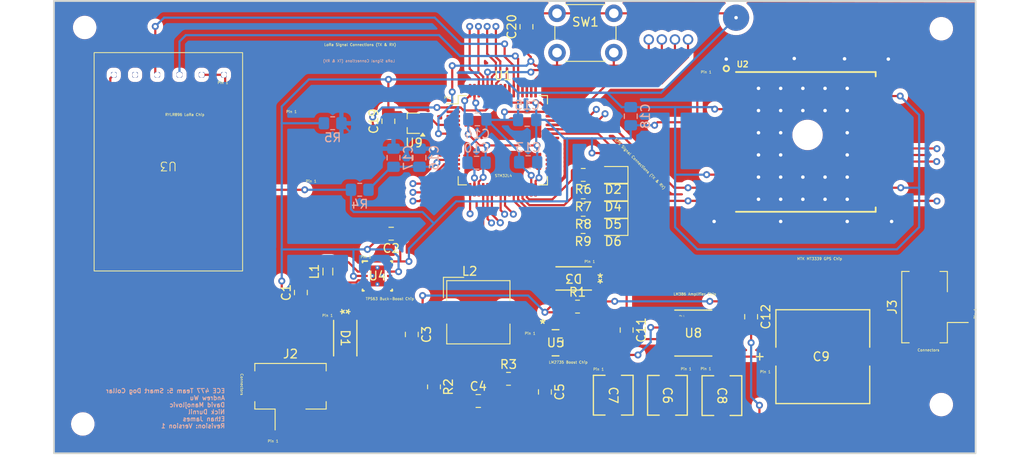
<source format=kicad_pcb>
(kicad_pcb (version 20240108) (generator "pcbnew") (generator_version "8.0")
  (layers (0 "F.Cu" signal) (31 "B.Cu" signal) (34 "B.Paste" user) (35 "F.Paste" user) (36 "B.SilkS" user "B.Silkscreen") (37 "F.SilkS" user "F.Silkscreen") (38 "B.Mask" user) (39 "F.Mask" user) (44 "Edge.Cuts" user))
  (net 0 "")
  (net 1 "Net-(D1-K)")
  (net 2 "VDDA GND Connection")
  (net 3 "Buck-Boost Voltage")
  (net 4 "Net-(D3-K)")
  (net 5 "Net-(U5-FB)")
  (net 6 "Net-(U8-BYPASS)")
  (net 7 "Net-(U8--)")
  (net 8 "Net-(C8-Pad1)")
  (net 9 "Net-(J3-Pin_2)")
  (net 10 "unconnected-(U1-PA1-Pad15)")
  (net 11 "Net-(U8-+)")
  (net 12 "VDDA Connection")
  (net 13 "Net-(D1-A)")
  (net 14 "Net-(U4-L1)")
  (net 15 "Net-(U4-L2)")
  (net 16 "Net-(U5-EN)")
  (net 17 "Net-(J8-Pin_1)")
  (net 18 "Net-(D2-A)")
  (net 19 "unconnected-(U1-PB8-Pad61)")
  (net 20 "unconnected-(U1-PA3-Pad17)")
  (net 22 "unconnected-(U1-PA12-Pad45)")
  (net 26 "unconnected-(U1-PA6-Pad22)")
  (net 29 "Net-(U1-PA9)")
  (net 31 "Net-(U1-PH0)")
  (net 32 "unconnected-(U1-PC5-Pad25)")
  (net 33 "Net-(J6-Pin_1)")
  (net 34 "unconnected-(U1-PB9-Pad62)")
  (net 35 "unconnected-(U1-PA5-Pad21)")
  (net 37 "Net-(D4-A)")
  (net 38 "unconnected-(U1-PA11-Pad44)")
  (net 39 "Net-(U1-PC12)")
  (net 40 "unconnected-(U1-PA0-Pad14)")
  (net 41 "unconnected-(U1-PC4-Pad24)")
  (net 42 "unconnected-(U1-PB6-Pad58)")
  (net 43 "Net-(J7-Pin_1)")
  (net 44 "Net-(D5-A)")
  (net 52 "unconnected-(U1-PA2-Pad16)")
  (net 54 "unconnected-(U1-PB7-Pad59)")
  (net 58 "Net-(D6-A)")
  (net 60 "Net-(J5-Pin_1)")
  (net 63 "Net-(U1-PA10)")
  (net 65 "Net-(U1-PD2)")
  (net 68 "unconnected-(U2-NC@3-PadP$15)")
  (net 70 "unconnected-(U2-EX_ANT-PadP$11)")
  (net 77 "unconnected-(U2-RTCM-PadP$14)")
  (net 83 "Net-(U1-PA4)")
  (net 84 "Net-(U1-PB11)")
  (net 85 "Net-(U1-PB10)")
  (net 86 "Net-(U1-PB2)")
  (net 87 "Net-(U1-PB1)")
  (footprint "Capacitor_SMD:C_0805_2012Metric_Pad1.18x1.45mm_HandSolder" (layer "F.Cu") (at 143 71.0375 90)
    (property "Reference" "C20")
    (property "Value" ".1 uF")
  )
  (footprint "Capacitor_SMD:C_0805_2012Metric_Pad1.18x1.45mm_HandSolder" (layer "F.Cu") (at 154.470183 105.765501 -90)
    (property "Reference" "C11")
    (property "Value" ".1 uF")
  )
  (footprint "Button_Switch_THT:SW_PUSH_6mm_H5mm" (layer "F.Cu") (at 146.5 69.5)
    (property "Reference" "SW1")
    (property "Value" "SW_Push")
  )
  (footprint "LED_SMD:LED_0805_2012Metric" (layer "F.Cu") (at 152.9375 88 180)
    (property "Reference" "D2")
    (property "Value" "LED")
  )
  (footprint "Resistor_SMD:R_0805_2012Metric" (layer "F.Cu") (at 149.5 90 180)
    (property "Reference" "R7")
    (property "Value" "1K Ohms")
  )
  (footprint "Connector_JST:JST_PH_B2B-PH-SM4-TB_1x02-1MP_P2.00mm_Vertical" (layer "F.Cu") (at 115.98263 113.951185)
    (property "Reference" "J2")
    (property "Value" "Conn_01x02_Pin")
  )
  (footprint "LED_SMD:LED_0805_2012Metric" (layer "F.Cu") (at 152.9375 92 180)
    (property "Reference" "D5")
    (property "Value" "LED")
  )
  (footprint "Capacitor_SMD:C_0805_2012Metric_Pad1.18x1.45mm_HandSolder" (layer "F.Cu") (at 127.509906 94.733894 180)
    (property "Reference" "C2")
    (property "Value" "47 uF, 2.94 mOhms")
  )
  (footprint "MountingHole:MountingHole_2.2mm_M2" (layer "F.Cu") (at 190.5 114.3)
    (property "Reference" "REF**" (hide yes))
    (property "Value" "MountingHole_2.2mm_M2")
  )
  (footprint "Boost:MF05A" (layer "F.Cu") (at 146.330976 107.222349)
    (property "Reference" "U5")
    (property "Value" "LM2735XMF/NOPB")
  )
  (footprint "STM32 Chip:LQFP-64_10x10mm_P0.5mm" (layer "F.Cu") (at 140.295 84.03)
    (property "Reference" "U1")
    (property "Value" "STM32L476RGTx")
  )
  (footprint "Capacitor_SMD:C_0805_2012Metric_Pad1.18x1.45mm_HandSolder" (layer "F.Cu") (at 145.111776 112.852349 -90)
    (property "Reference" "C5")
    (property "Value" "22 uF, 1 mOhms")
  )
  (footprint "MountingHole:MountingHole_2.2mm_M2" (layer "F.Cu") (at 190.5 71.265215)
    (property "Reference" "REF**" (hide yes))
    (property "Value" "MountingHole_2.2mm_M2")
  )
  (footprint "LoRa Chip:LoRa Chip" (layer "F.Cu") (at 102 86.5 180)
    (property "Reference" "U3")
    (property "Value" "~")
  )
  (footprint "Resistor_SMD:R_0805_2012Metric" (layer "F.Cu") (at 140.944276 111.349849)
    (property "Reference" "R3")
    (property "Value" "30k Ohms")
  )
  (footprint "Polarized Caps (.1 - 100 uF):CAP_UZE_4X3P9_NCH" (layer "F.Cu") (at 165.378805 113.273752 -90)
    (property "Reference" "C8")
    (property "Value" ".1 uF")
  )
  (footprint "Connector_JST:JST_PH_B2B-PH-SM4-TB_1x02-1MP_P2.00mm_Vertical" (layer "F.Cu") (at 190.331776 103.14 90)
    (property "Reference" "J3")
    (property "Value" "Conn_01x02_Pin")
  )
  (footprint "Capacitor_SMD:C_0805_2012Metric_Pad1.18x1.45mm_HandSolder" (layer "F.Cu") (at 127.188698 81.857817 90)
    (property "Reference" "C19")
    (property "Value" ".1 uF")
  )
  (footprint "Polarized Caps (.1 - 100 uF):CAP_UZE_4X3P9_NCH" (layer "F.Cu") (at 159.140328 113.2389 -90)
    (property "Reference" "C6")
    (property "Value" "100 uF")
  )
  (footprint "Capacitor_SMD:C_0805_2012Metric_Pad1.18x1.45mm_HandSolder" (layer "F.Cu") (at 129.871776 106.269849 -90)
    (property "Reference" "C3")
    (property "Value" "10 uF, 3 mOhms")
  )
  (footprint "Capacitor_SMD:C_0805_2012Metric_Pad1.18x1.45mm_HandSolder" (layer "F.Cu") (at 117.171776 101.469231 90)
    (property "Reference" "C1")
    (property "Value" "10 uF, 1mOhms")
  )
  (footprint "Package_TO_SOT_SMD:SOT-323_SC-70" (layer "F.Cu") (at 130.075 82.085 180)
    (property "Reference" "U9")
    (property "Value" "MAX7375AXR805")
  )
  (footprint "Schottky:Schottky" (layer "F.Cu") (at 122.251776 106.688949 -90)
    (property "Reference" "D1")
    (property "Value" "320 mV, 2A")
  )
  (footprint "Inductor_SMD:L_TDK_SLF7045" (layer "F.Cu") (at 137.491776 103.729849)
    (property "Reference" "L2")
    (property "Value" "3.3 uH, 20 Ohm")
  )
  (footprint "Resistor_SMD:R_0805_2012Metric" (layer "F.Cu") (at 149.486379 93.971117 180)
    (property "Reference" "R9")
    (property "Value" "1K Ohms")
  )
  (footprint "MountingHole:MountingHole_2.2mm_M2" (layer "F.Cu") (at 92.202998 116.518288)
    (property "Reference" "REF**" (hide yes))
    (property "Value" "MountingHole_2.2mm_M2")
  )
  (footprint "Capacitor_SMD:C_0805_2012Metric_Pad1.18x1.45mm_HandSolder" (layer "F.Cu") (at 168.723023 104.240388 -90)
    (property "Reference" "C12")
    (property "Value" "100 uF")
  )
  (footprint "Inductor_SMD:L_0805_2012Metric" (layer "F.Cu") (at 120.262982 99.068949 90)
    (property "Reference" "L1")
    (property "Value" "3.3 uH, 20 mOhms")
  )
  (footprint "Resistor_SMD:R_0805_2012Metric" (layer "F.Cu") (at 148.847265 103.082678)
    (property "Reference" "R1")
    (property "Value" "10k Ohms")
  )
  (footprint "Schottky:Schottky" (layer "F.Cu") (at 148.407269 99.855372 180)
    (property "Reference" "D3")
    (property "Value" "320 mV, 2A")
  )
  (footprint "LED_SMD:LED_0805_2012Metric" (layer "F.Cu") (at 152.9375 90 180)
    (property "Reference" "D4")
    (property "Value" "LED")
  )
  (footprint "Resistor_SMD:R_0805_2012Metric" (layer "F.Cu") (at 149.5 92 180)
    (property "Reference" "R8")
    (property "Value" "1K Ohms")
  )
  (footprint "GPS Module:FGPMMOPA6H" (layer "F.Cu") (at 174.98551 84.223029)
    (property "Reference" "U2")
    (property "Value" "FGPMMOPA6H")
  )
  (footprint "Resistor_SMD:R_0805_2012Metric" (layer "F.Cu") (at 132.411776 112.269976 -90)
    (property "Reference" "R2")
    (property "Value" "10k Ohms")
  )
  (footprint "Buck-Boost:DRC0010J" (layer "F.Cu") (at 125.931776 99.568951)
    (property "Reference" "U4")
    (property "Value" "TPS63001DRCR")
  )
  (footprint "Polarized Cap 1000 uF:PCAP_10x10-ELECT_NCA" (layer "F.Cu") (at 176.931946 108.809849)
    (property "Reference" "C9")
    (property "Value" "1000 uF")
  )
  (footprint "LM386:LM386" (layer "F.Cu") (at 162.105238 106.109555)
    (property "Reference" "U8")
    (property "Value" "LM386")
  )
  (footprint "Capacitor_SMD:C_0805_2012Metric_Pad1.18x1.45mm_HandSolder" (layer "F.Cu") (at 137.484711 113.889849)
    (property "Reference" "C4")
    (property "Value" "1.8 nF")
  )
  (footprint "Resistor_SMD:R_0805_2012Metric" (layer "F.Cu") (at 149.5 88 180)
    (property "Reference" "R6")
    (property "Value" "1K Ohms")
  )
  (footprint "LED_SMD:LED_0805_2012Metric" (layer "F.Cu") (at 152.932547 93.970769 180)
    (property "Reference" "D6")
    (property "Value" "LED")
  )
  (footprint "MountingHole:MountingHole_2.2mm_M2" (layer "F.Cu") (at 92.417904 71.12)
    (property "Reference" "REF**" (hide yes))
    (property "Value" "MountingHole_2.2mm_M2")
  )
  (footprint "Polarized Caps (.1 - 100 uF):CAP_UZE_4X3P9_NCH" (layer "F.Cu") (at 152.936703 113.224794 -90)
    (property "Reference" "C7")
    (property "Value" ".1 uF")
  )
  (footprint "Capacitor_SMD:C_0805_2012Metric_Pad1.18x1.45mm_HandSolder" (layer "B.Cu") (at 154.94 81.28 90)
    (property "Reference" "C18")
    (property "Value" ".1 uF")
  )
  (footprint "Capacitor_SMD:C_0805_2012Metric_Pad1.18x1.45mm_HandSolder" (layer "B.Cu") (at 137.377278 81.635224)
    (property "Reference" "C14")
    (property "Value" ".1 uF")
  )
  (footprint "Resistor_SMD:R_0805_2012Metric_Pad1.20x1.40mm_HandSolder" (layer "B.Cu") (at 120.80963 82.085616)
    (property "Reference" "R5")
    (property "Value" "0 Ohms")
  )
  (footprint "Capacitor_SMD:C_0805_2012Metric_Pad1.18x1.45mm_HandSolder" (layer "B.Cu") (at 130.748619 86.031119 90)
    (property "Reference" "C16")
    (property "Value" ".01 uF")
  )
  (footprint "Resistor_SMD:R_0805_2012Metric_Pad1.20x1.40mm_HandSolder" (layer "B.Cu") (at 123.909363 89.704123)
    (property "Reference" "R4")
    (property "Value" "0 Ohms")
  )
  (footprint "Capacitor_SMD:C_0805_2012Metric_Pad1.18x1.45mm_HandSolder" (layer "B.Cu") (at 143.1939 86.545722 180)
    (property "Reference" "C13")
    (property "Value" ".1 uF")
  )
  (footprint "Capacitor_SMD:C_0805_2012Metric_Pad1.18x1.45mm_HandSolder" (layer "B.Cu") (at 137.28716 86.607681 180)
    (property "Reference" "C10")
    (property "Value" ".1 uF")
  )
  (footprint "Capacitor_SMD:C_0805_2012Metric_Pad1.18x1.45mm_HandSolder" (layer "B.Cu") (at 143.079687 81.697757 180)
    (property "Reference" "C15")
    (property "Value" "4.7 uF")
  )
  (footprint "Capacitor_SMD:C_0805_2012Metric_Pad1.18x1.45mm_HandSolder" (layer "B.Cu") (at 127.77835 86.033941 90)
    (property "Reference" "C17")
    (property "Value" "1 uF")
  )
  (gr_rect (start 88.9 68.091454) (end 194.422593 119.868546) (stroke (width 0.2)) (fill none) (layer "Edge.Cuts"))
  (gr_text "ECE 477 Team 5: Smart Dog Collar\nAndrew Wu\nDavid Manojlovic\nNick Durnil\nEthan James\nRevision: Version 1" (at 108.528217 117.044407 0) (layer "B.SilkS") (effects (font (size 0.5 0.5) (thickness 0.1) (bold yes)) (justify left bottom mirror)))
  (gr_text "LoRa Signal Connections (TX & RX)" (at 127.97333 75.129303 -0) (layer "B.SilkS") (effects (font (size 0.3 0.3) (thickness 0.05) (bold yes)) (justify left bottom mirror)))
  (gr_text "RYLR896 LoRa Chip" (at 101.6 81.28 0) (layer "F.SilkS") (effects (font (size 0.3 0.3) (thickness 0.05) (bold yes)) (justify left bottom)))
  (gr_text "Pin 1" (at 142.77076 106.330306 0) (layer "F.SilkS") (effects (font (size 0.3 0.3) (thickness 0.05) (bold yes)) (justify left bottom)))
  (gr_text "Pin 1" (at 160.631459 110.398744 0) (layer "F.SilkS") (effects (font (size 0.3 0.3) (thickness 0.05) (bold yes)) (justify left bottom)))
  (gr_text "Pin 1" (at 117.698338 88.9 0) (layer "F.SilkS") (effects (font (size 0.3 0.3) (thickness 0.05) (bold yes)) (justify left bottom)))
  (gr_text "Pin 1" (at 149.597393 98.10561 0) (layer "F.SilkS") (effects (font (size 0.3 0.3) (thickness 0.05) (bold yes)) (justify left bottom)))
  (gr_text "GPS Signal Connections (TX & RX)" (at 153 84 315) (layer "F.SilkS") (effects (font (size 0.3 0.3) (thickness 0.05) (bold yes)) (justify left bottom)))
  (gr_text "Pin 1" (at 119.570639 104.280471 0) (layer "F.SilkS") (effects (font (size 0.3 0.3) (thickness 0.05) (bold yes)) (justify left bottom)))
  (gr_text "LoRa Signal Connections (TX & RX)" (at 119.810316 73.270528 0) (layer "F.SilkS") (effects (font (size 0.3 0.3) (thickness 0.05) (bold yes)) (justify left bottom)))
  (gr_text "Pin 1" (at 160.46817 104.240336 0) (layer "F.SilkS") (effects (font (size 0.15 0.15) (thickness 0.025)) (justify left bottom)))
  (gr_text "Pin 1" (at 194.568713 104.53915 90) (layer "F.SilkS") (effects (font (size 0.3 0.3) (thickness 0.05) (bold yes)) (justify left bottom)))
  (gr_text "TPS63 Buck-Boost Chip" (at 124.551787 102.362557 0) (layer "F.SilkS") (effects (font (size 0.3 0.3) (thickness 0.05) (bold yes)) (justify left bottom)))
  (gr_text "Pin 1" (at 113.340423 118.661007 0) (layer "F.SilkS") (effects (font (size 0.3 0.3) (thickness 0.05) (bold yes)) (justify left bottom)))
  (gr_text "MTK MT3339 GPS Chip" (at 173.953657 97.78204 0) (layer "F.SilkS") (effects (font (size 0.3 0.3) (thickness 0.05) (bold yes)) (justify left bottom)))
  (gr_text "Pin 1" (at 133.524846 79.355022 0) (layer "F.SilkS") (effects (font (size 0.3 0.3) (thickness 0.05) (bold yes)) (justify left bottom)))
  (gr_text "Pin 1" (at 150.606216 110.433186 0) (layer "F.SilkS") (effects (font (size 0.3 0.3) (thickness 0.05) (bold yes)) (justify left bottom)))
  (gr_text "Connectors" (at 187.746389 108.234505 0) (layer "F.SilkS") (effects (font (size 0.3 0.3) (thickness 0.05) (bold yes)) (justify left bottom)))
  (gr_text "Connectors" (at 110.235907 110.709998 270) (layer "F.SilkS") (effects (font (size 0.3 0.3) (thickness 0.05) (bold yes)) (justify left bottom)))
  (gr_text "Pin 1" (at 169.697864 110.730204 0) (layer "F.SilkS") (effects (font (size 0.3 0.3) (thickness 0.05) (bold yes)) (justify left bottom)))
  (gr_text "Pin 1" (at 162.924929 76.407001 0) (layer "F.SilkS") (effects (font (size 0.3 0.3) (thickness 0.05) (bold yes)) (justify left bottom)))
  (gr_text "Pin 1" (at 162.893186 110.379246 0) (layer "F.SilkS") (effects (font (size 0.3 0.3) (thickness 0.05) (bold yes)) (justify left bottom)))
  (gr_text "LM2735 Boost Chip" (at 145.534008 109.631379 0) (layer "F.SilkS") (effects (font (size 0.3 0.3) (thickness 0.05) (bold yes)) (justify left bottom)))
  (gr_text "Pin 1" (at 107.591083 77.619748 0) (layer "F.SilkS") (effects (font (size 0.3 0.3) (thickness 0.05) (bold yes)) (justify left bottom)))
  (gr_text "LM386 Amplifier Chip" (at 159.80576 101.825757 0) (layer "F.SilkS") (effects (font (size 0.3 0.3) (thickness 0.05) (bold yes)) (justify left bottom)))
  (gr_text "Pin 1" (at 115.440765 80.941824 0) (layer "F.SilkS") (effects (font (size 0.3 0.3) (thickness 0.05) (bold yes)) (justify left bottom)))
  (gr_text "STM32L4" (at 139.348821 88.267879 0) (layer "F.SilkS") (effects (font (size 0.3 0.3) (thickness 0.05) (bold yes)) (justify left bottom)))
  (gr_text "Pin 1" (at 123.969835 97.566469 0) (layer "F.SilkS") (effects (font (size 0.3 0.3) (thickness 0.05) (bold yes)) (justify left bottom)))
  (segment (start 122.251776 102.506731) (end 117.171776 102.506731) (width 0.25) (layer "F.Cu") (net 1))
  (segment (start 122.251776 103.729849) (end 122.251776 102.506731) (width 0.25) (layer "F.Cu") (net 1))
  (segment (start 134.341776 103.729849) (end 131.1074 103.729849) (width 0.25) (layer "F.Cu") (net 1))
  (segment (start 124.531776 101.608949) (end 124.531776 100.568949) (width 0.25) (layer "F.Cu") (net 1))
  (segment (start 146.285713 103.082678) (end 147.934765 103.082678) (width 0.25) (layer "F.Cu") (net 1))
  (segment (start 129.871776 105.232349) (end 129.207476 104.568049) (width 0.25) (layer "F.Cu") (net 1))
  (segment (start 124.531776 101.608949) (end 123.633994 102.506731) (width 0.25) (layer "F.Cu") (net 1))
  (segment (start 131.1074 103.729849) (end 122.251776 103.729849) (width 0.25) (layer "F.Cu") (net 1))
  (segment (start 143.703245 104.861318) (end 143.703245 105.603245) (width 0.25) (layer "F.Cu") (net 1))
  (segment (start 142.571776 103.729849) (end 143.703245 104.861318) (width 0.25) (layer "F.Cu") (net 1))
  (segment (start 127.331776 100.568949) (end 127.331776 99.568951) (width 0.25) (layer "F.Cu") (net 1))
  (segment (start 145.111776 103.729849) (end 146.143031 103.729849) (width 0.25) (layer "F.Cu") (net 1))
  (segment (start 127.331776 101.608949) (end 127.331776 100.568949) (width 0.25) (layer "F.Cu") (net 1))
  (segment (start 131.1074 103.729849) (end 131.1074 101.816764) (width 0.25) (layer "F.Cu") (net 1))
  (segment (start 129.207476 104.568049) (end 122.251776 104.568049) (width 0.25) (layer "F.Cu") (net 1))
  (segment (start 122.251776 104.568049) (end 122.251776 103.729849) (width 0.25) (layer "F.Cu") (net 1))
  (segment (start 124.531776 101.608949) (end 127.331776 101.608949) (width 0.25) (layer "F.Cu") (net 1))
  (segment (start 146.285713 103.082678) (end 146.285713 100.581786) (width 0.25) (layer "F.Cu") (net 1))
  (segment (start 146.285713 100.581786) (end 146.286369 100.58113) (width 0.25) (layer "F.Cu") (net 1))
  (segment (start 131.1074 101.816764) (end 131.1074 102.425473) (width 0.25) (layer "F.Cu") (net 1))
  (segment (start 127.331776 100.06895) (end 127.331776 100.568949) (width 0.25) (layer "F.Cu") (net 1))
  (segment (start 140.641776 103.729849) (end 142.571776 103.729849) (width 0.25) (layer "F.Cu") (net 1))
  (segment (start 123.633994 102.506731) (end 122.251776 102.506731) (width 0.25) (layer "F.Cu") (net 1))
  (segment (start 145.758947 103.082678) (end 146.285713 103.082678) (width 0.25) (layer "F.Cu") (net 1))
  (segment (start 146.143031 103.729849) (end 147.550176 105.136994) (width 0.25) (layer "F.Cu") (net 1))
  (segment (start 147.550176 105.136994) (end 147.550176 106.269849) (width 0.25) (layer "F.Cu") (net 1))
  (segment (start 144.369849 106.269849) (end 145.111776 106.269849) (width 0.25) (layer "F.Cu") (net 1))
  (segment (start 143.703245 105.603245) (end 144.369849 106.269849) (width 0.25) (layer "F.Cu") (net 1))
  (segment (start 145.111776 103.729849) (end 145.758947 103.082678) (width 0.25) (layer "F.Cu") (net 1))
  (segment (start 146.286369 100.58113) (end 146.286369 99.855372) (width 0.25) (layer "F.Cu") (net 1))
  (via (at 145.111776 103.729849) (size 0.8) (drill 0.4) (layers "F.Cu" "B.Cu") (net 1))
  (via (at 131.1074 101.816764) (size 0.8) (drill 0.4) (layers "F.Cu" "B.Cu") (net 1))
  (segment (start 131.1074 101.816764) (end 143.198691 101.816764) (width 0.25) (layer "B.Cu") (net 1))
  (segment (start 143.198691 101.816764) (end 145.111776 103.729849) (width 0.25) (layer "B.Cu") (net 1))
  (segment (start 133.080837 85.78) (end 132.294456 84.993619) (width 0.25) (layer "F.Cu") (net 2))
  (segment (start 134.62 85.78) (end 133.080837 85.78) (width 0.25) (layer "F.Cu") (net 2))
  (via (at 165.875052 74.741453) (size 0.8) (drill 0.4) (layers "F.Cu" "B.Cu") (net 2))
  (via (at 172.106875 80.633258) (size 0.8) (drill 0.4) (layers "F.Cu" "B.Cu") (net 2))
  (via (at 177.186875 90.793258) (size 0.8) (drill 0.4) (layers "F.Cu" "B.Cu") (net 2))
  (via (at 164.486875 93.333258) (size 0.8) (drill 0.4) (layers "F.Cu" "B.Cu") (net 2))
  (via (at 169.566875 83.173258) (size 0.8) (drill 0.4) (layers "F.Cu" "B.Cu") (net 2))
  (via (at 172.106875 93.333258) (size 0.8) (drill 0.4) (layers "F.Cu" "B.Cu") (net 2))
  (via (at 169.566875 85.713258) (size 0.8) (drill 0.4) (layers "F.Cu" "B.Cu") (net 2))
  (via (at 169.566875 80.633258) (size 0.8) (drill 0.4) (layers "F.Cu" "B.Cu") (net 2))
  (via (at 173.663678 74.673726) (size 0.8) (drill 0.4) (layers "F.Cu" "B.Cu") (net 2))
  (via (at 169.566875 78.093258) (size 0.8) (drill 0.4) (layers "F.Cu" "B.Cu") (net 2))
  (via (at 184.432301 74.741453) (size 0.8) (drill 0.4) (layers "F.Cu" "B.Cu") (net 2))
  (via (at 172.106875 83.173258) (size 0.8) (drill 0.4) (layers "F.Cu" "B.Cu") (net 2))
  (via (at 169.566875 88.253258) (size 0.8) (drill 0.4) (layers "F.Cu" "B.Cu") (net 2))
  (via (at 179.726875 83.173258) (size 0.8) (drill 0.4) (layers "F.Cu" "B.Cu") (net 2))
  (via (at 132.294456 84.993619) (size 0.8) (drill 0.4) (layers "F.Cu" "B.Cu") (net 2))
  (via (at 184.806875 93.333258) (size 0.8) (drill 0.4) (layers "F.Cu" "B.Cu") (net 2))
  (via (at 169.566875 90.793258) (size 0.8) (drill 0.4) (layers "F.Cu" "B.Cu") (net 2))
  (via (at 177.186875 78.093258) (size 0.8) (drill 0.4) (layers "F.Cu" "B.Cu") (net 2))
  (via (at 179.726875 90.793258) (size 0.8) (drill 0.4) (layers "F.Cu" "B.Cu") (net 2))
  (via (at 174.646875 80.633258) (size 0.8) (drill 0.4) (layers "F.Cu" "B.Cu") (net 2))
  (via (at 179.420489 74.707589) (size 0.8) (drill 0.4) (layers "F.Cu" "B.Cu") (net 2))
  (via (at 179.726875 85.713258) (size 0.8) (drill 0.4) (layers "F.Cu" "B.Cu") (net 2))
  (via (at 174.646875 88.253258) (size 0.8) (drill 0.4) (layers "F.Cu" "B.Cu") (net 2))
  (via (at 179.726875 80.633258) (size 0.8) (drill 0.4) (layers "F.Cu" "B.Cu") (net 2))
  (via (at 179.726875 93.333258) (size 0.8) (drill 0.4) (layers "F.Cu" "B.Cu") (net 2))
  (via (at 177.186875 88.253258) (size 0.8) (drill 0.4) (layers "F.Cu" "B.Cu") (net 2))
  (via (at 172.106875 88.253258) (size 0.8) (drill 0.4) (layers "F.Cu" "B.Cu") (net 2))
  (via (at 174.646875 78.093258) (size 0.8) (drill 0.4) (layers "F.Cu" "B.Cu") (net 2))
  (via (at 179.726875 78.093258) (size 0.8) (drill 0.4) (layers "F.Cu" "B.Cu") (net 2))
  (via (at 174.646875 90.793258) (size 0.8) (drill 0.4) (layers "F.Cu" "B.Cu") (net 2))
  (via (at 177.186875 80.633258) (size 0.8) (drill 0.4) (layers "F.Cu" "B.Cu") (net 2))
  (via (at 179.726875 88.253258) (size 0.8) (drill 0.4) (layers "F.Cu" "B.Cu") (net 2))
  (via (at 172.106875 78.093258) (size 0.8) (drill 0.4) (layers "F.Cu" "B.Cu") (net 2))
  (via (at 172.106875 90.793258) (size 0.8) (drill 0.4) (layers "F.Cu" "B.Cu") (net 2))
  (via (at 172.106875 85.713258) (size 0.8) (drill 0.4) (layers "F.Cu" "B.Cu") (net 2))
  (segment (start 124.720455 84.996441) (end 121.80963 82.085616) (width 0.25) (layer "B.Cu") (net 2))
  (segment (start 127.77835 84.996441) (end 130.745797 84.996441) (width 0.25) (layer "B.Cu") (net 2))
  (segment (start 130.745797 84.996441) (end 130.748619 84.993619) (width 0.25) (layer "B.Cu") (net 2))
  (segment (start 132.294456 84.993619) (end 132.297589 84.996752) (width 0.25) (layer "B.Cu") (net 2))
  (segment (start 127.77835 84.996441) (end 124.720455 84.996441) (width 0.25) (layer "B.Cu") (net 2))
  (segment (start 130.748619 84.993619) (end 132.294456 84.993619) (width 0.25) (layer "B.Cu") (net 2))
  (segment (start 126.115097 82.895317) (end 125.563245 82.343465) (width 0.25) (layer "F.Cu") (net 3))
  (segment (start 138.659381 80.28) (end 139.209382 79.729999) (width 0.25) (layer "F.Cu") (net 3))
  (segment (start 158.60707 108.014555) (end 156.123399 110.498226) (width 0.25) (layer "F.Cu") (net 3))
  (segment (start 162.56 81.973029) (end 166.98551 81.973029) (width 0.25) (layer "F.Cu") (net 3))
  (segment (start 159.140328 115.0931) (end 158.774028 115.4594) (width 0.25) (layer "F.Cu") (net 3))
  (segment (start 125.563245 82.343465) (end 125.392673 82.172893) (width 0.25) (layer "F.Cu") (net 3))
  (segment (start 107.95 79.55) (end 107.95 85.09) (width 0.25) (layer "F.Cu") (net 3))
  (segment (start 144.206204 84.624999) (end 144.206203 84.625) (width 0.25) (layer "F.Cu") (net 3))
  (segment (start 165.745105 115.494252) (end 165.378805 115.127952) (width 0.25) (layer "F.Cu") (net 3))
  (segment (start 144.045 88.713918) (end 144.430781 88.328137) (width 0.25) (layer "F.Cu") (net 3))
  (segment (start 108.35 76.54) (end 108.5 76.69) (width 0.25) (layer "F.Cu") (net 3))
  (segment (start 144.595443 79.729999) (end 145.145444 80.28) (width 0.25) (layer "F.Cu") (net 3))
  (segment (start 156.123399 114.589749) (end 156.122534 114.590614) (width 0.25) (layer "F.Cu") (net 3))
  (segment (start 168.723023 105.277888) (end 168.723023 107.213857) (width 0.25) (layer "F.Cu") (net 3))
  (segment (start 114.98263 117.48263) (end 114.98263 114.451185) (width 0.25) (layer "F.Cu") (net 3))
  (segment (start 143.5 69.5) (end 143 70) (width 0.25) (layer "F.Cu") (net 3))
  (segment (start 142.571776 108.809849) (end 129.871776 108.809849) (width 0.25) (layer "F.Cu") (net 3))
  (segment (start 144.056937 79.729999) (end 144.595443 79.729999) (width 0.25) (layer "F.Cu") (net 3))
  (segment (start 124.527566 97.912645) (end 127.322597 97.912645) (width 0.25) (layer "F.Cu") (net 3))
  (segment (start 127.331776 99.068949) (end 128.348098 99.068949) (width 0.25) (layer "F.Cu") (net 3))
  (segment (start 134.62 80.28) (end 132.750812 80.28) (width 0.25) (layer "F.Cu") (net 3))
  (segment (start 128.556872 97.906343) (end 129.541329 97.906343) (width 0.25) (layer "F.Cu") (net 3))
  (segment (start 127.327186 97.908056) (end 127.331776 97.912646) (width 0.25) (layer "F.Cu") (net 3))
  (segment (start 134.62 80.28) (end 135.462764 80.28) (width 0.25) (layer "F.Cu") (net 3))
  (segment (start 105.81 76.54) (end 108.35 76.54) (width 0.25) (layer "F.Cu") (net 3))
  (segment (start 162.56 81.973029) (end 162.56 78.74) (width 0.25) (layer "F.Cu") (net 3))
  (segment (start 183.677273 115.494252) (end 169.675451 115.494252) (width 0.25) (layer "F.Cu") (net 3))
  (segment (start 126.472406 94.733894) (end 126.472406 94.848319) (width 0.25) (layer "F.Cu") (net 3))
  (segment (start 137.545 89.705) (end 137.545 88.780003) (width 0.25) (layer "F.Cu") (net 3))
  (segment (start 153.875 88) (end 153.875 90) (width 0.25) (layer "F.Cu") (net 3))
  (segment (start 114.98263 101.616676) (end 114.98263 100.149392) (width 0.25) (layer "F.Cu") (net 3))
  (segment (start 121 118) (end 115.5 118) (width 0.25) (layer "F.Cu") (net 3))
  (segment (start 124.531776 98.56895) (end 124.531776 97.916855) (width 0.25) (layer "F.Cu") (net 3))
  (segment (start 127.188698 77.079285) (end 127.188698 80.820317) (width 0.25) (layer "F.Cu") (net 3))
  (segment (start 115.98079 101.616676) (end 114.98263 101.616676) (width 0.25) (layer "F.Cu") (net 3))
  (segment (start 126.472406 94.848319) (end 124.791776 96.528949) (width 0.25) (layer "F.Cu") (net 3))
  (segment (start 125.817524 113.182476) (end 121 118) (width 0.25) (layer "F.Cu") (net 3))
  (segment (start 115.5 118) (end 114.98263 117.48263) (width 0.25) (layer "F.Cu") (net 3))
  (segment (start 145.145444 80.28) (end 145.97 80.28) (width 0.25) (layer "F.Cu") (net 3))
  (segment (start 153 69.5) (end 166.5 69.5) (width 0.25) (layer "F.Cu") (net 3))
  (segment (start 185.853829 89.473029) (end 185.855274 89.471584) (width 0.25) (layer "F.Cu") (net 3))
  (segment (start 146.5 69.5) (end 153 69.5) (width 0.25) (layer "F.Cu") (net 3))
  (segment (start 143.545 89.705) (end 143.545 88.057354) (width 0.25) (layer "F.Cu") (net 3))
  (segment (start 153.870047 92.004953) (end 153.875 92) (width 0.25) (layer "F.Cu") (net 3))
  (segment (start 162.56 78.74) (end 163.826971 77.473029) (width 0.25) (layer "F.Cu") (net 3))
  (segment (start 114.98263 114.451185) (end 114.98263 106.68) (width 0.25) (layer "F.Cu") (net 3))
  (segment (start 153.870047 93.970769) (end 153.870047 92.004953) (width 0.25) (layer "F.Cu") (net 3))
  (segment (start 151.375 85.5) (end 150.5 85.5) (width 0.25) (layer "F.Cu") (net 3))
  (segment (start 166.98551 80.473029) (end 164.558985 80.473029) (width 0.25) (layer "F.Cu") (net 3))
  (segment (start 182.98551 89.473029) (end 185.853829 89.473029) (width 0.25) (layer "F.Cu") (net 3))
  (segment (start 123.218841 99.568951) (end 124.531776 99.568951) (width 0.25) (layer "F.Cu") (net 3))
  (segment (start 123.190536 99.597256) (end 123.218841 99.568951) (width 0.25) (layer "F.Cu") (net 3))
  (segment (start 127.188698 82.895317) (end 126.115097 82.895317) (width 0.25) (layer "F.Cu") (net 3))
  (segment (start 169.675332 114.377774) (end 169.675332 115.494133) (width 0.25) (layer "F.Cu") (net 3))
  (segment (start 127.338079 97.906343) (end 128.556872 97.906343) (width 0.25) (layer "F.Cu") (net 3))
  (segment (start 156.123399 110.498226) (end 156.123399 114.589749) (width 0.25) (layer "F.Cu") (net 3))
  (segment (start 137.194773 79.762238) (end 137.045 79.612465) (width 0.25) (layer "F.Cu") (net 3))
  (segment (start 108.5 79) (end 107.95 79.55) (width 0.25) (layer "F.Cu") (net 3))
  (segment (start 145.111776 107.222349) (end 144.159276 107.222349) (width 0.25) (layer "F.Cu") (net 3))
  (segment (start 157.669679 82.317466) (end 158.014116 81.973029) (width 0.25) (layer "F.Cu") (net 3))
  (segment (start 156.122534 114.590614) (end 156.122534 115.4594) (width 0.25) (layer "F.Cu") (net 3))
  (segment (start 132.411776 113.182476) (end 129.871776 113.182476) (width 0.25) (layer "F.Cu") (net 3))
  (segment (start 112.565902 89.705902) (end 117.61124 89.705902) (width 0.25) (layer "F.Cu") (net 3))
  (segment (start 108.5 76.69) (end 108.5 79) (width 0.25) (layer "F.Cu") (net 3))
  (segment (start 127.331776 97.912646) (end 127.331776 98.56895) (width 0.25) (layer "F.Cu") (net 3))
  (segment (start 182.98551 78.973029) (end 185.792323 78.973029) (width 0.25) (layer "F.Cu") (net 3))
  (segment (start 152.936703 115.078994) (end 152.570403 115.445294) (width 0.25) (layer "F.Cu") (net 3))
  (segment (start 135.462764 80.28) (end 135.803246 80.620482) (width 0.25) (layer "F.Cu") (net 3))
  (segment (start 127.331776 97.912646) (end 127.338079 97.906343) (width 0.25) (layer "F.Cu") (net 3))
  (segment (start 166.98551 87.973029) (end 163.628068 87.973029) (width 0.25) (layer "F.Cu") (net 3))
  (segment (start 137.622291 84.625) (end 138.465 84.625) (width 0.25) (layer "F.Cu") (net 3))
  (segment (start 136.545 78.885223) (end 136.545 78.355) (width 0.25) (layer "F.Cu") (net 3))
  (segment (start 166.5 69.5) (end 167 70) (width 0.25) (layer "F.Cu") (net 3))
  (segment (start 153.875 92) (end 153.875 90) (width 0.25) (layer "F.Cu") (net 3))
  (segment (start 130.6875 83.1225) (end 131.075 82.735) (width 0.25) (layer "F.Cu") (net 3))
  (segment (start 136.339778 83.342487) (end 137.622291 84.625) (width 0.25) (layer "F.Cu") (net 3))
  (segment (start 137.045 89.705) (end 137.045 88.34727) (width 0.25) (layer "F.Cu") (net 3))
  (segment (start 159.54148 115.494252) (end 159.140328 115.0931) (width 0.25) (layer "F.Cu") (net 3))
  (segment (start 144.206203 84.625) (end 138.465 84.625) (width 0.25) (layer "F.Cu") (net 3))
  (segment (start 168.72446 107.215294) (end 168.723023 107.213857) (width 0.25) (layer "F.Cu") (net 3))
  (segment (start 153.875 88) (end 151.375 85.5) (width 0.25) (layer "F.Cu") (net 3))
  (segment (start 129.075 82.085) (end 129.075 81.29304) (width 0.25) (layer "F.Cu") (net 3))
  (segment (start 138.296262 80.620482) (end 138.636744 80.28) (width 0.25) (layer "F.Cu") (net 3))
  (segment (start 129.871776 107.307349) (end 129.871776 113.182476) (width 0.25) (layer "F.Cu") (net 3))
  (segment (start 145.97 80.78) (end 140.491919 80.78) (width 0.25) (layer "F.Cu") (net 3))
  (segment (start 165.012505 115.494252) (end 159.54148 115.494252) (width 0.25) (layer "F.Cu") (net 3))
  (segment (start 138.636744 80.28) (end 138.659381 80.28) (width 0.25) (layer "F.Cu") (net 3))
  (segment (start 139.209382 79.729999) (end 144.056937 79.729999) (width 0.25) (layer "F.Cu") (net 3))
  (segment (start 144.045 89.705) (end 144.045 88.713918) (width 0.25) (layer "F.Cu") (net 3))
  (segment (start 95.35 90.27) (end 111.76 106.68) (width 0.25) (layer "F.Cu") (net 3))
  (segment (start 114.987728 100.144294) (end 114.98263 100.149392) (width 0.25) (layer "F.Cu") (net 3))
  (segment (start 128.547406 94.733894) (end 128.547406 97.896877) (width 0.25) (layer "F.Cu") (net 3))
  (segment (start 117.171776 100.431731) (end 117.165735 100.431731) (width 0.25) (layer "F.Cu") (net 3))
  (segment (start 135.803246 80.620482) (end 138.296262 80.620482) (width 0.25) (layer "F.Cu") (net 3))
  (segment (start 163.628068 87.973029) (end 163.627817 87.972778) (width 0.25) (layer "F.Cu") (net 3))
  (segment (start 190.831776 108.339749) (end 190.831776 104.14) (width 0.25) (layer "F.Cu") (net 3))
  (segment (start 128.348098 99.068949) (end 128.357538 99.078389) (width 0.25) (layer "F.Cu") (net 3))
  (segment (start 128.547406 97.896877) (end 128.556872 97.906343) (width 0.25) (layer "F.Cu") (net 3))
  (segment (start 124.531776 97.916855) (end 124.527566 97.912645) (width 0.25) (layer "F.Cu") (net 3))
  (segment (start 129.871776 113.182476) (end 125.817524 113.182476) (width 0.25) (layer "F.Cu") (net 3))
  (segment (start 152.570403 115.445294) (end 133.96722 115.445294) (width 0.25) (layer "F.Cu") (net 3))
  (segment (start 185.792323 78.974723) (end 185.792323 78.973029) (width 0.25) (layer "F.Cu") (net 3))
  (segment (start 190.831776 108.339749) (end 183.677273 115.494252) (width 0.25) (layer "F.Cu") (net 3))
  (segment (start 132.411776 113.182476) (end 132.411776 113.889849) (width 0.25) (layer "F.Cu") (net 3))
  (segment (start 111.76 106.68) (end 114.98263 106.68) (width 0.25) (layer "F.Cu") (net 3))
  (segment (start 169.675332 115.494133) (end 169.675451 115.494252) (width 0.25) (layer "F.Cu") (net 3))
  (segment (start 185.79317 78.973876) (end 185.792323 78.974723) (width 0.25) (layer "F.Cu") (net 3))
  (segment (start 137.045 79.612465) (end 137.045 78.355) (width 0.25) (layer "F.Cu") (net 3))
  (segment (start 135.925 79.505223) (end 136.545 78.885223) (width 0.25) (layer "F.Cu") (net 3))
  (segment (start 159.381088 108.014555) (end 158.60707 108.014555) (width 0.25) (layer "F.Cu") (net 3))
  (segment (start 158.774028 115.4594) (end 156.122534 115.4594) (width 0.25) (layer "F.Cu") (net 3))
  (segment (start 95.35 76.94) (end 95.35 90.27) (width 0.25) (layer "F.Cu") (net 3))
  (segment (start 114.98263 114.451185) (end 115.171776 114.262039) (width 0.25) (layer "F.Cu") (net 3))
  (segment (start 132.750812 80.28) (end 132.747344 80.276532) (width 0.25) (layer "F.Cu") (net 3))
  (segment (start 165.378805 115.127952) (end 165.012505 115.494252) (width 0.25) (layer "F.Cu") (net 3))
  (segment (start 137.545 88.780003) (end 138.045056 88.279947) (width 0.25) (layer "F.Cu") (net 3))
  (segment (start 128.602277 80.820317) (end 127.188698 80.820317) (width 0.25) (layer "F.Cu") (net 3))
  (segment (start 144.159276 107.222349) (end 142.571776 108.809849) (width 0.25) (layer "F.Cu") (net 3))
  (segment (start 158.014116 81.973029) (end 162.56 81.973029) (width 0.25) (layer "F.Cu") (net 3))
  (segment (start 133.96722 115.445294) (end 133.720963 115.199037) (width 0.25) (layer "F.Cu") (net 3))
  (segment (start 156.122534 115.4594) (end 153.317109 115.4594) (width 0.25) (layer "F.Cu") (net 3))
  (segment (start 127.322597 97.912645) (end 127.327186 97.908056) (width 0.25) (layer "F.Cu") (net 3))
  (segment (start 95.75 76.54) (end 95.35 76.94) (width 0.25) (layer "F.Cu") (net 3))
  (segment (start 146.5 69.5) (end 143.5 69.5) (width 0.25) (layer "F.Cu") (net 3))
  (segment (start 163.826971 77.473029) (end 166.98551 77.473029) (width 0.25) (layer "F.Cu") (net 3))
  (segment (start 164.556954 80.47506) (end 164.558985 80.473029) (width 0.25) (layer "F.Cu") (net 3))
  (segment (start 137.039947 88.342217) (end 137.045 88.34727) (width 0.25) (layer "F.Cu") (net 3))
  (segment (start 127.415881 83.1225) (end 130.6875 83.1225) (width 0.25) (layer "F.Cu") (net 3))
  (segment (start 114.98263 106.68) (end 114.98263 101.616676) (width 0.25) (layer "F.Cu") (net 3))
  (segment (start 127.188698 82.895317) (end 127.415881 83.1225) (width 0.25) (layer "F.Cu") (net 3))
  (segment (start 140.48117 80.790749) (end 140.491919 80.78) (width 0.25) (layer "F.Cu") (net 3))
  (segment (start 132.411776 113.889849) (end 133.720963 115.199037) (width 0.25) (layer "F.Cu") (net 3))
  (segment (start 125.392673 82.172893) (end 125.392673 81.380234) (width 0.25) (layer "F.Cu") (net 3))
  (segment (start 117.165735 100.431731) (end 115.98079 101.616676) (width 0.25) (layer "F.Cu") (net 3))
  (segment (start 153.317109 115.4594) (end 152.936703 115.078994) (width 0.25) (layer "F.Cu") (net 3))
  (segment (start 107.95 85.09) (end 112.565902 89.705902) (width 0.25) (layer "F.Cu") (net 3))
  (segment (start 129.075 81.29304) (end 128.602277 80.820317) (width 0.25) (layer "F.Cu") (net 3))
  (segment (start 169.675451 115.494252) (end 165.745105 115.494252) (width 0.25) (layer "F.Cu") (net 3))
  (segment (start 127.201297 77.066686) (end 127.188698 77.079285) (width 0.25) (layer "F.Cu") (net 3))
  (via (at 114.98263 100.149392) (size 0.8) (drill 0.4) (layers "F.Cu" "B.Cu") (net 3))
  (via (at 123.190536 99.597256) (size 0.8) (drill 0.4) (layers "F.Cu" "B.Cu") (net 3))
  (via (at 125.392673 81.380234) (size 0.8) (drill 0.4) (layers "F.Cu" "B.Cu") (net 3))
  (via (at 143.545 88.057354) (size 0.8) (drill 0.4) (layers "F.Cu" "B.Cu") (net 3))
  (via (at 136.339778 83.342487) (size 0.8) (drill 0.4) (layers "F.Cu" "B.Cu") (net 3))
  (via (at 163.627817 87.972778) (size 0.8) (drill 0.4) (layers "F.Cu" "B.Cu") (net 3))
  (via (at 144.430781 88.328137) (size 0.8) (drill 0.4) (layers "F.Cu" "B.Cu") (net 3))
  (via (at 128.357538 99.078389) (size 0.8) (drill 0.4) (layers "F.Cu" "B.Cu") (net 3))
  (via (at 140.48117 80.790749) (size 0.8) (drill 0.4) (layers "F.Cu" "B.Cu") (net 3))
  (via (at 157.669679 82.317466) (size 0.8) (drill 0.4) (layers "F.Cu" "B.Cu") (net 3))
  (via (at 124.791776 96.528949) (size 0.8) (drill 0.4) (layers "F.Cu" "B.Cu") (net 3))
  (via (at 138.045056 88.279947) (size 0.8) (drill 0.4) (layers "F.Cu" "B.Cu") (net 3))
  (via (at 168.723023 107.213857) (size 0.8) (drill 0.4) (layers "F.Cu" "B.Cu") (net 3))
  (via (at 132.750812 80.28) (size 0.8) (drill 0.4) (layers "F.Cu" "B.Cu") (net 3))
  (via (at 185.855274 89.471584) (size 0.8) (drill 0.4) (layers "F.Cu" "B.Cu") (net 3))
  (via (at 185.792323 78.973029) (size 0.8) (drill 0.4) (layers "F.Cu" "B.Cu") (net 3))
  (via (at 169.675332 114.377774) (size 0.8) (drill 0.4) (layers "F.Cu" "B.Cu") (net 3))
  (via (at 164.558985 80.473029) (size 0.8) (drill 0.4) (layers "F.Cu" "B.Cu") (net 3))
  (via (at 129.541329 97.906343) (size 0.8) (drill 0.4) (layers "F.Cu" "B.Cu") (net 3))
  (via (at 144.206204 84.624999) (size 0.8) (drill 0.4) (layers "F.Cu" "B.Cu") (net 3))
  (via (at 137.045 88.34727) (size 0.8) (drill 0.4) (layers "F.Cu" "B.Cu") (net 3))
  (via (at 135.925 79.505223) (size 0.8) (drill 0.4) (layers "F.Cu" "B.Cu") (net 3))
  (via (at 138.465 84.625) (size 0.8) (drill 0.4) (layers "F.Cu" "B.Cu") (net 3))
  (via (at 150.5 85.5) (size 0.8) (drill 0.4) (layers "F.Cu" "B.Cu") (net 3))
  (via (at 144.056937 79.729999) (size 0.8) (drill 0.4) (layers "F.Cu" "B.Cu") (net 3))
  (via (at 127.201297 77.066686) (size 0.8) (drill 0.4) (layers "F.Cu" "B.Cu") (net 3))
  (via (at 137.194773 79.762238) (size 0.8) (drill 0.4) (layers "F.Cu" "B.Cu") (net 3))
  (via (at 117.61124 89.705902) (size 0.8) (drill 0.4) (layers "F.Cu" "B.Cu") (net 3))
  (via (at 167 70) (size 3) (drill 0.4) (layers "F.Cu" "B.Cu") (net 3))
  (segment (start 185.855274 89.471584) (end 185.856262 89.472572) (width 0.25) (layer "B.Cu") (net 3))
  (segment (start 144.117187 79.790249) (end 144.117187 81.697757) (width 0.25) (layer "B.Cu") (net 3))
  (segment (start 138.414778 81.590526) (end 138.32846 81.504208) (width 0.25) (layer "B.Cu") (net 3))
  (segment (start 145.197757 81.697757) (end 144.117187 81.697757) (width 0.25) (layer "B.Cu") (net 3))
  (segment (start 136.24966 84.97469) (end 138.414778 82.809572) (width 0.25) (layer "B.Cu") (net 3))
  (segment (start 117.61124 89.705902) (end 117.613019 89.704123) (width 0.25) (layer "B.Cu") (net 3))
  (segment (start 157.669645 82.3175) (end 157.669679 82.317466) (width 0.25) (layer "B.Cu") (net 3))
  (segment (start 138.414778 81.635224) (end 140.631088 83.851534) (width 0.25) (layer "B.Cu") (net 3))
  (segment (start 162.56 96.52) (end 160.02 93.98) (width 0.25) (layer "B.Cu") (net 3))
  (segment (start 138.045056 86.887285) (end 138.32466 86.607681) (width 0.25) (layer "B.Cu") (net 3))
  (segment (start 187.96 81.140706) (end 187.96 89.472572) (width 0.25) (layer "B.Cu") (net 3))
  (segment (start 164.558985 80.473029) (end 164.328456 80.2425) (width 0.25) (layer "B.Cu") (net 3))
  (segment (start 122.909363 89.704123) (end 122.909363 91.929363) (width 0.25) (layer "B.Cu") (net 3))
  (segment (start 144.430781 86.745103) (end 144.430781 88.328137) (width 0.25) (layer "B.Cu") (net 3))
  (segment (start 147 78.595572) (end 152.255572 78.595572) (width 0.25) (layer "B.Cu") (net 3))
  (segment (start 187.96 89.472572) (end 187.96 93.98) (width 0.25) (layer "B.Cu") (net 3))
  (segment (start 140.48117 80.790749) (end 140.48117 81.68994) (width 0.25) (layer "B.Cu") (net 3))
  (segment (start 147 78.595572) (end 158.404428 78.595572) (width 0.25) (layer "B.Cu") (net 3))
  (segment (start 185.856262 89.472572) (end 187.96 89.472572) (width 0.25) (layer "B.Cu") (net 3))
  (segment (start 137.194773 79.762238) (end 137.194773 80.415219) (width 0.25) (layer "B.Cu") (net 3))
  (segment (start 147.651776 83.82) (end 150.5 83.82) (width 0.25) (layer "B.Cu") (net 3))
  (segment (start 140.488987 81.697757) (end 138.477311 81.697757) (width 0.25) (layer "B.Cu") (net 3))
  (segment (start 144.117187 81.697757) (end 144.117187 84.535982) (width 0.25) (layer "B.Cu") (net 3))
  (segment (start 114.983504 82.085616) (end 114.98263 82.084742) (width 0.25) (layer "B.Cu") (net 3))
  (segment (start 154.94 82.3175) (end 157.669645 82.3175) (width 0.25) (layer "B.Cu") (net 3))
  (segment (start 163.627817 87.972778) (end 163.624943 87.975652) (width 0.25) (layer "B.Cu") (net 3))
  (segment (start 147.651776 83.82) (end 147.32 83.82) (width 0.25) (layer "B.Cu") (net 3))
  (segment (start 140.520469 77.066686) (end 142.042187 78.588404) (width 0.25) (layer "B.Cu") (net 3))
  (segment (start 144.2314 86.545722) (end 144.438551 86.338571) (width 0.25) (layer "B.Cu") (net 3))
  (segment (start 153.9025 80.2425) (end 154.94 80.2425) (width 0.25) (layer "B.Cu") (net 3))
  (segment (start 138.32466 86.607681) (end 138.32466 87.02466) (width 0.25) (layer "B.Cu") (net 3))
  (segment (start 138.414778 82.809572) (end 138.414778 81.635224) (width 0.25) (layer "B.Cu") (net 3))
  (segment (start 136.24966 86.607681) (end 136.24966 84.97469) (width 0.25) (layer "B.Cu") (net 3))
  (segment (start 114.98263 80.16737) (end 118.083314 77.066686) (width 0.25) (layer "B.Cu") (net 3))
  (segment (start 144.2314 86.545722) (end 144.2314 84.650195) (width 0.25) (layer "B.Cu") (net 3))
  (segment (start 136.339778 81.635224) (end 136.339778 83.342487) (width 0.25) (layer "B.Cu") (net 3))
  (segment (start 136.339778 83.342487) (end 136.32711 83.355155) (width 0.25) (layer "B.Cu") (net 3))
  (segment (start 128.357538 97.391732) (end 127.494755 96.528949) (width 0.25) (layer "B.Cu") (net 3))
  (segment (start 147.651776 91.029849) (end 147.651776 83.82) (width 0.25) (layer "B.Cu") (net 3))
  (segment (start 129.541329 96.440296) (end 132.411776 93.569849) (width 0.25) (layer "B.Cu") (net 3))
  (segment (start 187.96 93.98) (end 185.42 96.52) (width 0.25) (layer "B.Cu") (net 3))
  (segment (start 128.357538 99.078389) (end 128.357538 97.391732) (width 0.25) (layer "B.Cu") (net 3))
  (segment (start 138.477311 81.697757) (end 138.414778 81.635224) (width 0.25) (layer "B.Cu") (net 3))
  (segment (start 142.042187 78.588404) (end 142.042187 81.697757) (width 0.25) (layer "B.Cu") (net 3))
  (segment (start 117.613019 89.704123) (end 122.909363 89.704123) (width 0.25) (layer "B.Cu") (net 3))
  (segment (start 144.2314 84.650195) (end 144.206204 84.624999) (width 0.25) (layer "B.Cu") (net 3))
  (segment (start 137.045 88.34727) (end 137.045 87.403021) (width 0.25) (layer "B.Cu") (net 3))
  (segment (start 138.32466 86.607681) (end 138.32466 84.76534) (width 0.25) (layer "B.Cu") (net 3))
  (segment (start 138.045056 88.279947) (end 138.045056 86.887285) (width 0.25) (layer "B.Cu") (net 3))
  (segment (start 150.5 85.5) (end 150.5 83.82) (width 0.25) (layer "B.Cu") (net 3))
  (segment (start 132.411776 93.569849) (end 131.087406 92.245479) (width 0.25) (layer "B.Cu") (net 3))
  (segment (start 123.190536 96.528949) (end 114.987218 96.528949) (width 0.25) (layer "B.Cu") (net 3))
  (segment (start 137.045 87.403021) (end 136.24966 86.607681) (width 0.25) (layer "B.Cu") (net 3))
  (segment (start 114.98263 96.533537) (end 114.98263 82.084742) (width 0.25) (layer "B.Cu") (net 3))
  (segment (start 114.987218 96.528949) (end 114.98263 96.533537) (width 0.25) (layer "B.Cu") (net 3))
  (segment (start 124.791776 96.528949) (end 123.190536 96.528949) (width 0.25) (layer "B.Cu") (net 3))
  (segment (start 127.494755 96.528949) (end 124.791776 96.528949) (width 0.25) (layer "B.Cu") (net 3))
  (segment (start 140.48117 81.68994) (end 140.488987 81.697757) (width 0.25) (layer "B.Cu") (net 3))
  (segment (start 135.925 79.505223) (end 135.925 81.220446) (width 0.25) (layer "B.Cu") (net 3))
  (segment (start 168.723023 107.213857) (end 168.723023 113.425465) (width 0.25) (layer "B.Cu") (net 3))
  (segment (start 142.1564 85.372418) (end 142.1564 86.545722) (width 0.25) (layer "B.Cu") (net 3))
  (segment (start 142.042187 78.588404) (end 142.049355 78.595572) (width 0.25) (layer "B.Cu") (net 3))
  (segment (start 137.194773 80.415219) (end 138.414778 81.635224) (width 0.25) (layer "B.Cu") (net 3))
  (segment (start 142.1564 86.545722) (end 142.1564 86.668754) (width 0.25) (layer "B.Cu") (net 3))
  (segment (start 140.631088 83.851534) (end 140.635516 83.851534) (width 0.25) (layer "B.Cu") (net 3))
  (segment (start 123.190536 99.597256) (end 123.190536 96.528949) (width 0.25) (layer "B.Cu") (net 3))
  (segment (start 144.117187 84.535982) (end 144.206204 84.624999) (width 0.25) (layer "B.Cu") (net 3))
  (segment (start 140.635516 83.851534) (end 142.1564 85.372418) (width 0.25) (layer "B.Cu") (net 3))
  (segment (start 129.541329 97.906343) (end 129.541329 96.440296) (width 0.25) (layer "B.Cu") (net 3))
  (segment (start 144.2314 86.545722) (end 144.430781 86.745103) (width 0.25) (layer "B.Cu") (net 3))
  (segment (start 135.925 81.220446) (end 136.339778 81.635224) (width 0.25) (layer "B.Cu") (net 3))
  (segment (start 163.624943 87.975652) (end 160.02 87.975652) (width 0.25) (layer "B.Cu") (net 3))
  (segment (start 160.02 84.364961) (end 160.02 80.2425) (width 0.25) (layer "B.Cu") (net 3))
  (segment (start 160.02 80.2425) (end 154.94 80.2425) (width 0.25) (layer "B.Cu") (net 3))
  (segment (start 150.5 83.82) (end 154.94 83.82) (width 0.25) (layer "B.Cu") (net 3))
  (segment (start 160.02 93.98) (end 160.02 87.975652) (width 0.25) (layer "B.Cu") (net 3))
  (segment (start 138.465 84.625) (end 138.32466 84.76534) (width 0.25) (layer "B.Cu") (net 3))
  (segment (start 160.02 87.975652) (end 160.02 84.364961) (width 0.25) (layer "B.Cu") (net 3))
  (segment (start 152.255572 78.595572) (end 153.9025 80.2425) (width 0.25) (layer "B.Cu") (net 3))
  (segment (start 185.42 96.52) (end 162.56 96.52) (width 0.25) (layer "B.Cu") (net 3))
  (segment (start 147.32 83.82) (end 145.197757 81.697757) (width 0.25) (layer "B.Cu") (net 3))
  (segment (start 125.392673 81.380234) (end 126.492907 80.28) (width 0.25) (layer "B.Cu") (net 3))
  (segment (start 126.492907 80.28) (end 132.750812 80.28) (width 0.25) (layer "B.Cu") (net 3))
  (segment (start 122.909363 91.929363) (end 123.225479 92.245479) (width 0.25) (layer "B.Cu") (net 3))
  (segment (start 114.98263 100.149392) (end 114.98263 96.533537) (width 0.25) (layer "B.Cu") (net 3))
  (segment (start 185.792323 78.973029) (end 187.96 81.140706) (width 0.25) (layer "B.Cu") (net 3))
  (segment (start 134.951776 91.029849) (end 147.651776 91.029849) (width 0.25) (layer "B.Cu") (net 3))
  (segment (start 132.411776 93.569849) (end 134.951776 91.029849) (width 0.25) (layer "B.Cu") (net 3))
  (segment (start 142.049355 78.595572) (end 147 78.595572) (width 0.25) (layer "B.Cu") (net 3))
  (segment (start 142.042187 81.697757) (end 140.488987 81.697757) (width 0.25) (layer "B.Cu") (net 3))
  (segment (start 127.201297 77.066686) (end 140.520469 77.066686) (width 0.25) (layer "B.Cu") (net 3))
  (segment (start 142.1564 86.545722) (end 142.150928 86.545722) (width 0.25) (layer "B.Cu") (net 3))
  (segment (start 168.723023 113.425465) (end 169.675332 114.377774) (width 0.25) (layer "B.Cu") (net 3))
  (segment (start 131.087406 92.245479) (end 123.225479 92.245479) (width 0.25) (layer "B.Cu") (net 3))
  (segment (start 144.117187 81.697757) (end 143.932243 81.697757) (width 0.25) (layer "B.Cu") (net 3))
  (segment (start 114.987218 96.528949) (end 114.958269 96.5) (width 0.25) (layer "B.Cu") (net 3))
  (segment (start 142.1564 86.668754) (end 143.545 88.057354) (width 0.25) (layer "B.Cu") (net 3))
  (segment (start 144.056937 79.729999) (end 144.117187 79.790249) (width 0.25) (layer "B.Cu") (net 3))
  (segment (start 164.328456 80.2425) (end 160.02 80.2425) (width 0.25) (layer "B.Cu") (net 3))
  (segment (start 119.80963 82.085616) (end 114.983504 82.085616) (width 0.25) (layer "B.Cu") (net 3))
  (segment (start 114.98263 82.084742) (end 114.98263 80.16737) (width 0.25) (layer "B.Cu") (net 3))
  (segment (start 127.201297 77.066686) (end 118.083314 77.066686) (width 0.25) (layer "B.Cu") (net 3))
  (segment (start 158.404428 78.595572) (end 167 70) (width 0.25) (layer "B.Cu") (net 3))
  (segment (start 154.94 83.82) (end 154.94 82.3175) (width 0.25) (layer "B.Cu") (net 3))
  (segment (start 141.856776 111.349849) (end 144.646776 111.349849) (width 0.25) (layer "F.Cu") (net 4))
  (segment (start 164.829388 106.744555) (end 165.181356 106.744555) (width 0.25) (layer "F.Cu") (net 4))
  (segment (start 166.362713 102.475183) (end 167.090418 103.202888) (width 0.25) (layer "F.Cu") (net 4))
  (segment (start 163.992788 102.475183) (end 166.362713 102.475183) (width 0.25) (layer "F.Cu") (net 4))
  (segment (start 143.036776 113.889849) (end 145.111776 111.814849) (width 0.25) (layer "F.Cu") (net 4))
  (segment (start 144.646776 111.349849) (end 145.111776 111.814849) (width 0.25) (layer "F.Cu") (net 4))
  (segment (start 148.393885 111.814849) (end 145.111776 111.814849) (width 0.25) (layer "F.Cu") (net 4))
  (segment (start 165.181356 106.744555) (end 168.723023 103.202888) (width 0.25) (layer "F.Cu") (net 4))
  (segment (start 150.528169 99.855372) (end 151.476083 99.855372) (width 0.25) (layer "F.Cu") (net 4))
  (segment (start 152.042985 102.490672) (end 153.088039 102.490672) (width 0.25) (layer "F.Cu") (net 4))
  (segment (start 151.476083 99.855372) (end 152.042985 100.422274) (width 0.25) (layer "F.Cu") (net 4))
  (segment (start 167.090418 103.202888) (end 168.723023 103.202888) (width 0.25) (layer "F.Cu") (net 4))
  (segment (start 138.522211 113.889849) (end 143.036776 113.889849) (width 0.25) (layer "F.Cu") (net 4))
  (segment (start 153.088039 102.490672) (end 153.103528 102.475183) (width 0.25) (layer "F.Cu") (net 4))
  (segment (start 152.042985 108.165749) (end 148.393885 111.814849) (width 0.25) (layer "F.Cu") (net 4))
  (segment (start 152.042985 100.422274) (end 152.042985 101.189849) (width 0.25) (layer "F.Cu") (net 4))
  (segment (start 152.042985 101.189849) (end 152.042985 102.490672) (width 0.25) (layer "F.Cu") (net 4))
  (segment (start 152.042985 102.490672) (end 152.042985 108.165749) (width 0.25) (layer "F.Cu") (net 4))
  (via (at 153.103528 102.475183) (size 0.8) (drill 0.4) (layers "F.Cu" "B.Cu") (net 4))
  (via (at 163.992788 102.475183) (size 0.8) (drill 0.4) (layers "F.Cu" "B.Cu") (net 4))
  (segment (start 153.103528 102.475183) (end 163.992788 102.475183) (width 0.25) (layer "B.Cu") (net 4))
  (segment (start 145.111776 109.514341) (end 145.119673 109.522238) (width 0.25) (layer "F.Cu") (net 5))
  (segment (start 140.031776 111.349849) (end 140.031776 109.522238) (width 0.25) (layer "F.Cu") (net 5))
  (segment (start 145.111776 108.174849) (end 145.111776 109.514341) (width 0.25) (layer "F.Cu") (net 5))
  (segment (start 140.031776 109.522238) (end 145.119673 109.522238) (width 0.25) (layer "F.Cu") (net 5))
  (segment (start 136.447211 109.553403) (end 136.478376 109.522238) (width 0.25) (layer "F.Cu") (net 5))
  (segment (start 136.447211 113.889849) (end 136.447211 109.553403) (width 0.25) (layer "F.Cu") (net 5))
  (segment (start 132.411776 111.357476) (end 134.247014 109.522238) (width 0.25) (layer "F.Cu") (net 5))
  (segment (start 136.478376 109.522238) (end 140.031776 109.522238) (width 0.25) (layer "F.Cu") (net 5))
  (segment (start 134.247014 109.522238) (end 136.478376 109.522238) (width 0.25) (layer "F.Cu") (net 5))
  (segment (start 164.378538 105.474555) (end 159.140328 110.712765) (width 0.25) (layer "F.Cu") (net 6))
  (segment (start 159.140328 110.712765) (end 159.140328 111.3847) (width 0.25) (layer "F.Cu") (net 6))
  (segment (start 164.829388 105.474555) (end 164.378538 105.474555) (width 0.25) (layer "F.Cu") (net 6))
  (segment (start 157.233027 105.474555) (end 157.222856 105.464384) (width 0.25) (layer "F.Cu") (net 7))
  (segment (start 159.381088 105.474555) (end 157.233027 105.474555) (width 0.25) (layer "F.Cu") (net 7))
  (segment (start 153.259808 108.613957) (end 152.936703 108.937062) (width 0.25) (layer "F.Cu") (net 7))
  (segment (start 152.936703 108.937062) (end 152.936703 111.370594) (width 0.25) (layer "F.Cu") (net 7))
  (segment (start 155.766824 108.613957) (end 153.259808 108.613957) (width 0.25) (layer "F.Cu") (net 7))
  (via (at 157.222856 105.464384) (size 0.8) (drill 0.4) (layers "F.Cu" "B.Cu") (net 7))
  (via (at 155.766824 108.613957) (size 0.8) (drill 0.4) (layers "F.Cu" "B.Cu") (net 7))
  (segment (start 155.766824 108.613957) (end 157.222856 107.157925) (width 0.25) (layer "B.Cu") (net 7))
  (segment (start 157.222856 107.157925) (end 157.222856 105.464384) (width 0.25) (layer "B.Cu") (net 7))
  (segment (start 165.378805 111.419552) (end 165.378805 108.811964) (width 0.25) (layer "F.Cu") (net 8))
  (segment (start 164.891345 108.809849) (end 164.88102 108.820174) (width 0.25) (layer "F.Cu") (net 8))
  (segment (start 172.779046 108.809849) (end 165.37669 108.809849) (width 0.25) (layer "F.Cu") (net 8))
  (segment (start 165.378805 108.811964) (end 165.37669 108.809849) (width 0.25) (layer "F.Cu") (net 8))
  (segment (start 164.829388 108.768542) (end 164.829388 108.014555) (width 0.25) (layer "F.Cu") (net 8))
  (segment (start 164.88102 108.820174) (end 164.829388 108.768542) (width 0.25) (layer "F.Cu") (net 8))
  (segment (start 165.37669 108.809849) (end 164.891345 108.809849) (width 0.25) (layer "F.Cu") (net 8))
  (segment (start 185.42 106.68) (end 183.290151 108.809849) (width 0.25) (layer "F.Cu") (net 9))
  (segment (start 188.081776 102.14) (end 185.42 104.801776) (width 0.25) (layer "F.Cu") (net 9))
  (segment (start 185.42 104.801776) (end 185.42 106.68) (width 0.25) (layer "F.Cu") (net 9))
  (segment (start 183.290151 108.809849) (end 181.084846 108.809849) (width 0.25) (layer "F.Cu") (net 9))
  (segment (start 190.831776 102.14) (end 188.081776 102.14) (width 0.25) (layer "F.Cu") (net 9))
  (segment (start 133.777236 87.28) (end 131.057236 90) (width 0.25) (layer "F.Cu") (net 10))
  (segment (start 134.62 87.28) (end 133.777236 87.28) (width 0.25) (layer "F.Cu") (net 10))
  (segment (start 131.057236 90) (end 130 90) (width 0.25) (layer "F.Cu") (net 10))
  (via (at 130 90) (size 0.8) (drill 0.4) (layers "F.Cu" "B.Cu") (net 10))
  (segment (start 159.322642 106.803001) (end 159.381088 106.744555) (width 0.25) (layer "F.Cu") (net 11))
  (segment (start 154.470183 106.803001) (end 159.322642 106.803001) (width 0.25) (layer "F.Cu") (net 11))
  (segment (start 132.760093 86.592037) (end 133.07213 86.28) (width 0.25) (layer "F.Cu") (net 12))
  (segment (start 133.07213 86.28) (end 134.62 86.28) (width 0.25) (layer "F.Cu") (net 12))
  (via (at 132.760093 86.592037) (size 0.8) (drill 0.4) (layers "F.Cu" "B.Cu") (net 12))
  (segment (start 132.760093 86.592037) (end 132.760093 86.606426) (width 0.25) (layer "B.Cu") (net 12))
  (segment (start 130.745797 87.071441) (end 130.748619 87.068619) (width 0.25) (layer "B.Cu") (net 12))
  (segment (start 127.542045 87.071441) (end 124.909363 89.704123) (width 0.25) (layer "B.Cu") (net 12))
  (segment (start 132.760093 86.606426) (end 132.290705 87.075814) (width 0.25) (layer "B.Cu") (net 12))
  (segment (start 127.77835 87.071441) (end 127.542045 87.071441) (width 0.25) (layer "B.Cu") (net 12))
  (segment (start 132.283511 87.068619) (end 132.760093 86.592037) (width 0.25) (layer "B.Cu") (net 12))
  (segment (start 127.77835 87.071441) (end 130.745797 87.071441) (width 0.25) (layer "B.Cu") (net 12))
  (segment (start 130.748619 87.068619) (end 132.283511 87.068619) (width 0.25) (layer "B.Cu") (net 12))
  (segment (start 116.98263 111.538995) (end 116.98263 114.451185) (width 0.25) (layer "F.Cu") (net 13))
  (segment (start 119.711776 108.809849) (end 116.98263 111.538995) (width 0.25) (layer "F.Cu") (net 13))
  (segment (start 122.251776 108.809849) (end 119.711776 108.809849) (width 0.25) (layer "F.Cu") (net 13))
  (segment (start 120.453789 100.322256) (end 120.262982 100.131449) (width 0.25) (layer "F.Cu") (net 14))
  (segment (start 123.490841 100.322256) (end 120.453789 100.322256) (width 0.25) (layer "F.Cu") (net 14))
  (segment (start 124.531776 100.06895) (end 123.744147 100.06895) (width 0.25) (layer "F.Cu") (net 14))
  (segment (start 123.744147 100.06895) (end 123.490841 100.322256) (width 0.25) (layer "F.Cu") (net 14))
  (segment (start 123.687534 99.068949) (end 122.625034 98.006449) (width 0.25) (layer "F.Cu") (net 15))
  (segment (start 122.625034 98.006449) (end 120.262982 98.006449) (width 0.25) (layer "F.Cu") (net 15))
  (segment (start 124.531776 99.068949) (end 123.687534 99.068949) (width 0.25) (layer "F.Cu") (net 15))
  (segment (start 147.550176 108.174849) (end 148.731736 108.174849) (width 0.25) (layer "F.Cu") (net 16))
  (segment (start 148.731736 108.174849) (end 149.759765 107.14682) (width 0.25) (layer "F.Cu") (net 16))
  (segment (start 149.759765 107.14682) (end 149.759765 103.082678) (width 0.25) (layer "F.Cu") (net 16))
  (segment (start 149.759765 103.082678) (end 149.690093 103.15235) (width 0.25) (layer "F.Cu") (net 16))
  (segment (start 157.923009 76.576991) (end 144.509827 76.576991) (width 0.25) (layer "F.Cu") (net 17))
  (segment (start 144.045 77.05261) (end 144.045 78.355) (width 0.25) (layer "F.Cu") (net 17))
  (segment (start 144.039604 77.047214) (end 144.045 77.05261) (width 0.25) (layer "F.Cu") (net 17))
  (segment (start 160 72.5) (end 160 74.5) (width 0.25) (layer "F.Cu") (net 17))
  (segment (start 144.509827 76.576991) (end 144.039604 77.047214) (width 0.25) (layer "F.Cu") (net 17))
  (segment (start 160 74.5) (end 157.923009 76.576991) (width 0.25) (layer "F.Cu") (net 17))
  (via (at 160 72.5) (size 1.2) (drill 0.8) (layers "F.Cu" "B.Cu") (net 17))
  (segment (start 150.4125 88) (end 152 88) (width 0.25) (layer "F.Cu") (net 18))
  (segment (start 137.5 76.214938) (end 137.5 71) (width 0.25) (layer "F.Cu") (net 19))
  (segment (start 138.045 76.759938) (end 137.642531 76.357469) (width 0.25) (layer "F.Cu") (net 19))
  (segment (start 138.045 78.355) (end 138.045 76.759938) (width 0.25) (layer "F.Cu") (net 19))
  (via (at 137.5 71) (size 0.8) (drill 0.4) (layers "F.Cu" "B.Cu") (net 19))
  (segment (start 136.545 89.705) (end 136.545 92.455) (width 0.25) (layer "F.Cu") (net 20))
  (segment (start 136.545 92.455) (end 136.5 92.5) (width 0.25) (layer "F.Cu") (net 20))
  (via (at 136.545 92.455) (size 0.8) (drill 0.4) (layers "F.Cu" "B.Cu") (net 20))
  (segment (start 145.97 81.78) (end 149.72 81.78) (width 0.25) (layer "F.Cu") (net 22))
  (segment (start 149.72 81.78) (end 151 80.5) (width 0.25) (layer "F.Cu") (net 22))
  (via (at 151 80.5) (size 0.8) (drill 0.4) (layers "F.Cu" "B.Cu") (net 22))
  (segment (start 139.045 89.705) (end 139.045 92.519695) (width 0.25) (layer "F.Cu") (net 26))
  (segment (start 139.512653 92.987347) (end 140 93.474694) (width 0.25) (layer "F.Cu") (net 26))
  (segment (start 139.045 92.519695) (end 139.512653 92.987347) (width 0.25) (layer "F.Cu") (net 26))
  (via (at 140 93.474694) (size 0.8) (drill 0.4) (layers "F.Cu" "B.Cu") (net 26))
  (via (at 140 93.474694) (size 0.8) (drill 0.4) (layers "F.Cu" "B.Cu") (net 26))
  (segment (start 158.908274 90.973029) (end 161.5 90.973029) (width 0.25) (layer "F.Cu") (net 29))
  (segment (start 161.5 90.973029) (end 166.98551 90.973029) (width 0.25) (layer "F.Cu") (net 29))
  (segment (start 151.215245 83.28) (end 158.908274 90.973029) (width 0.25) (layer "F.Cu") (net 29))
  (segment (start 145.97 83.28) (end 151.215245 83.28) (width 0.25) (layer "F.Cu") (net 29))
  (via (at 161.5 90.973029) (size 0.8) (drill 0.4) (layers "F.Cu" "B.Cu") (net 29))
  (segment (start 131.075 81.435) (end 131.965 81.435) (width 0.25) (layer "F.Cu") (net 31))
  (segment (start 131.965 81.435) (end 132.81 82.28) (width 0.25) (layer "F.Cu") (net 31))
  (segment (start 132.81 82.28) (end 134.62 82.28) (width 0.25) (layer "F.Cu") (net 31))
  (segment (start 141.5 92.474695) (end 141.5 92.5) (width 0.25) (layer "F.Cu") (net 32))
  (segment (start 140.545 89.705) (end 140.545 91.519695) (width 0.25) (layer "F.Cu") (net 32))
  (segment (start 140.545 91.519695) (end 141.5 92.474695) (width 0.25) (layer "F.Cu") (net 32))
  (via (at 141.5 92.5) (size 0.8) (drill 0.4) (layers "F.Cu" "B.Cu") (net 32))
  (segment (start 138.545 76.234633) (end 138.544999 76.234632) (width 0.25) (layer "F.Cu") (net 33))
  (segment (start 138.545 78.355) (end 138.545 76.234633) (width 0.25) (layer "F.Cu") (net 33))
  (segment (start 143.734633 76) (end 157.5 76) (width 0.25) (layer "F.Cu") (net 33))
  (segment (start 143.5 76.234633) (end 143.734633 76) (width 0.25) (layer "F.Cu") (net 33))
  (segment (start 158.5 75) (end 158.5 72.5) (width 0.25) (layer "F.Cu") (net 33))
  (segment (start 157.5 76) (end 158.5 75) (width 0.25) (layer "F.Cu") (net 33))
  (via (at 138.545 76.234633) (size 0.8) (drill 0.4) (layers "F.Cu" "B.Cu") (net 33))
  (via (at 158.5 72.5) (size 1.2) (drill 0.8) (layers "F.Cu" "B.Cu") (net 33))
  (via (at 143.5 76.234633) (size 0.8) (drill 0.4) (layers "F.Cu" "B.Cu") (net 33))
  (segment (start 143.5 76.234633) (end 138.545 76.234633) (width 0.25) (layer "B.Cu") (net 33))
  (segment (start 137.545 76.896334) (end 136.5 75.851334) (width 0.25) (layer "F.Cu") (net 34))
  (segment (start 136.5 75.851334) (end 136.5 72) (width 0.25) (layer "F.Cu") (net 34))
  (segment (start 136.5 72) (end 136.5 71) (width 0.25) (layer "F.Cu") (net 34))
  (segment (start 137.545 78.355) (end 137.545 76.896334) (width 0.25) (layer "F.Cu") (net 34))
  (via (at 136.5 71) (size 0.8) (drill 0.4) (layers "F.Cu" "B.Cu") (net 34))
  (segment (start 138.545 89.705) (end 138.545 93.045) (width 0.25) (layer "F.Cu") (net 35))
  (segment (start 138.545 93.045) (end 139 93.5) (width 0.25) (layer "F.Cu") (net 35))
  (via (at 139 93.5) (size 0.8) (drill 0.4) (layers "F.Cu" "B.Cu") (net 35))
  (segment (start 150.4125 90) (end 152 90) (width 0.25) (layer "F.Cu") (net 37))
  (segment (start 150.72 82.28) (end 152 81) (width 0.25) (layer "F.Cu") (net 38))
  (segment (start 145.97 82.28) (end 150.72 82.28) (width 0.25) (layer "F.Cu") (net 38))
  (via (at 152 81) (size 0.8) (drill 0.4) (layers "F.Cu" "B.Cu") (net 38))
  (segment (start 142.045 74.71285) (end 141.720062 74.387912) (width 0.25) (layer "F.Cu") (net 39))
  (segment (start 142.045 78.355) (end 142.045 74.71285) (width 0.25) (layer "F.Cu") (net 39))
  (via (at 141.720062 74.387912) (size 0.8) (drill 0.4) (layers "F.Cu" "B.Cu") (net 39))
  (segment (start 133 72) (end 104 72) (width 0.25) (layer "B.Cu") (net 39))
  (segment (start 141.720062 74.387912) (end 135.387912 74.387912) (width 0.25) (layer "B.Cu") (net 39))
  (segment (start 135.387912 74.387912) (end 133 72) (width 0.25) (layer "B.Cu") (net 39))
  (segment (start 104 72) (end 103.27 72.73) (width 0.25) (layer "B.Cu") (net 39))
  (segment (start 103.27 72.73) (end 103.27 76.54) (width 0.25) (layer "B.Cu") (net 39))
  (segment (start 133.597435 86.78) (end 131.377435 89) (width 0.25) (layer "F.Cu") (net 40))
  (segment (start 134.62 86.78) (end 133.597435 86.78) (width 0.25) (layer "F.Cu") (net 40))
  (segment (start 131.377435 89) (end 130 89) (width 0.25) (layer "F.Cu") (net 40))
  (via (at 130 89) (size 0.8) (drill 0.4) (layers "F.Cu" "B.Cu") (net 40))
  (segment (start 140.045 92.045) (end 140.5 92.5) (width 0.25) (layer "F.Cu") (net 41))
  (segment (start 140.045 89.705) (end 140.045 92.045) (width 0.25) (layer "F.Cu") (net 41))
  (via (at 140.5 92.5) (size 0.8) (drill 0.4) (layers "F.Cu" "B.Cu") (net 41))
  (segment (start 140 77.057236) (end 140 75) (width 0.25) (layer "F.Cu") (net 42))
  (segment (start 140 75) (end 139.5 74.5) (width 0.25) (layer "F.Cu") (net 42))
  (segment (start 139.545 78.355) (end 139.545 77.512236) (width 0.25) (layer "F.Cu") (net 42))
  (segment (start 139.545 77.512236) (end 140 77.057236) (width 0.25) (layer "F.Cu") (net 42))
  (segment (start 139.5 74.5) (end 139.5 71) (width 0.25) (layer "F.Cu") (net 42))
  (via (at 139.5 71) (size 0.8) (drill 0.4) (layers "F.Cu" "B.Cu") (net 42))
  (segment (start 161.5 72.5) (end 161.5 74.5) (width 0.25) (layer "F.Cu") (net 43))
  (segment (start 152.327271 77.5) (end 148.547271 81.28) (width 0.25) (layer "F.Cu") (net 43))
  (segment (start 148.547271 81.28) (end 148.550489 81.283218) (width 0.25) (layer "F.Cu") (net 43))
  (segment (start 145.97 81.28) (end 148.547271 81.28) (width 0.25) (layer "F.Cu") (net 43))
  (segment (start 158.5 77.5) (end 152.327271 77.5) (width 0.25) (layer "F.Cu") (net 43))
  (segment (start 161.5 74.5) (end 158.5 77.5) (width 0.25) (layer "F.Cu") (net 43))
  (via (at 161.5 72.5) (size 1.2) (drill 0.8) (layers "F.Cu" "B.Cu") (net 43))
  (segment (start 150.4125 92) (end 152 92) (width 0.25) (layer "F.Cu") (net 44))
  (segment (start 130.755 91) (end 130 91) (width 0.25) (layer "F.Cu") (net 52))
  (segment (start 134 87.755) (end 130.755 91) (width 0.25) (layer "F.Cu") (net 52))
  (segment (start 134.62 87.78) (end 134.595 87.755) (width 0.25) (layer "F.Cu") (net 52))
  (segment (start 134.595 87.755) (end 134 87.755) (width 0.25) (layer "F.Cu") (net 52))
  (via (at 130 91) (size 0.8) (drill 0.4) (layers "F.Cu" "B.Cu") (net 52))
  (segment (start 139.045 78.355) (end 139.045 76.759938) (width 0.25) (layer "F.Cu") (net 54))
  (segment (start 139.045 76.759938) (end 139.5 76.304938) (width 0.25) (layer "F.Cu") (net 54))
  (segment (start 139.5 75.136396) (end 138.5 74.136396) (width 0.25) (layer "F.Cu") (net 54))
  (segment (start 139.5 76.304938) (end 139.5 75.136396) (width 0.25) (layer "F.Cu") (net 54))
  (segment (start 138.5 74.136396) (end 138.5 71) (width 0.25) (layer "F.Cu") (net 54))
  (via (at 138.5 71) (size 0.8) (drill 0.4) (layers "F.Cu" "B.Cu") (net 54))
  (segment (start 150.398879 93.971117) (end 151.994699 93.971117) (width 0.25) (layer "F.Cu") (net 58))
  (segment (start 151.994699 93.971117) (end 151.995047 93.970769) (width 0.25) (layer "F.Cu") (net 58))
  (segment (start 133.777236 83.28) (end 133.775496 83.27826) (width 0.25) (layer "F.Cu") (net 60))
  (segment (start 153 75.5) (end 156.5 75.5) (width 0.25) (layer "F.Cu") (net 60))
  (segment (start 144 75.5) (end 146.5 75.5) (width 0.25) (layer "F.Cu") (net 60))
  (segment (start 143.5 75) (end 143.5 74.5) (width 0.25) (layer "F.Cu") (net 60))
  (segment (start 133.775496 83.27826) (end 132.925681 83.27826) (width 0.25) (layer "F.Cu") (net 60))
  (segment (start 134.5 78.5) (end 134.5 75.5) (width 0.25) (layer "F.Cu") (net 60))
  (segment (start 157 75) (end 157 72.5) (width 0.25) (layer "F.Cu") (net 60))
  (segment (start 143.5 75) (end 144 75.5) (width 0.25) (layer "F.Cu") (net 60))
  (segment (start 153 74) (end 153 75.5) (width 0.25) (layer "F.Cu") (net 60))
  (segment (start 146.5 74) (end 146.5 75.5) (width 0.25) (layer "F.Cu") (net 60))
  (segment (start 134.62 83.28) (end 133.777236 83.28) (width 0.25) (layer "F.Cu") (net 60))
  (segment (start 156.5 75.5) (end 157 75) (width 0.25) (layer "F.Cu") (net 60))
  (segment (start 146.5 75.5) (end 153 75.5) (width 0.25) (layer "F.Cu") (net 60))
  (segment (start 143 74) (end 143 72.075) (width 0.25) (layer "F.Cu") (net 60))
  (segment (start 143.5 74.5) (end 143 74) (width 0.25) (layer "F.Cu") (net 60))
  (via (at 157 72.5) (size 1.2) (drill 0.8) (layers "F.Cu" "B.Cu") (net 60))
  (via (at 134.5 75.5) (size 0.8) (drill 0.4) (layers "F.Cu" "B.Cu") (net 60))
  (via (at 134.5 78.5) (size 0.8) (drill 0.4) (layers "F.Cu" "B.Cu") (net 60))
  (via (at 143.5 75) (size 0.8) (drill 0.4) (layers "F.Cu" "B.Cu") (net 60))
  (via (at 132.925681 83.27826) (size 0.8) (drill 0.4) (layers "F.Cu" "B.Cu") (net 60))
  (segment (start 143 75.5) (end 134.5 75.5) (width 0.25) (layer "B.Cu") (net 60))
  (segment (start 143.5 75) (end 143 75.5) (width 0.25) (layer "B.Cu") (net 60))
  (segment (start 134.5 79.904918) (end 134.5 78.5) (width 0.25) (layer "B.Cu") (net 60))
  (segment (start 132.925681 83.27826) (end 132.925681 81.479237) (width 0.25) (layer "B.Cu") (net 60))
  (segment (start 132.925681 81.479237) (end 134.5 79.904918) (width 0.25) (layer "B.Cu") (net 60))
  (segment (start 159.91551 89.473029) (end 161.5 89.473029) (width 0.25) (layer "F.Cu") (net 63))
  (segment (start 161.5 89.473029) (end 166.98551 89.473029) (width 0.25) (layer "F.Cu") (net 63))
  (segment (start 145.97 82.78) (end 153.222481 82.78) (width 0.25) (layer "F.Cu") (net 63))
  (segment (start 153.222481 82.78) (end 159.91551 89.473029) (width 0.25) (layer "F.Cu") (net 63))
  (via (at 161.5 89.473029) (size 0.8) (drill 0.4) (layers "F.Cu" "B.Cu") (net 63))
  (segment (start 140.5 74.46) (end 140.5 73) (width 0.25) (layer "F.Cu") (net 65))
  (segment (start 141.545 75.505) (end 140.5 74.46) (width 0.25) (layer "F.Cu") (net 65))
  (segment (start 100.5 71) (end 100.5 76.31) (width 0.25) (layer "F.Cu") (net 65))
  (segment (start 100.5 76.31) (end 100.73 76.54) (width 0.25) (layer "F.Cu") (net 65))
  (segment (start 141.545 78.355) (end 141.545 75.505) (width 0.25) (layer "F.Cu") (net 65))
  (via (at 100.5 71) (size 0.8) (drill 0.4) (layers "F.Cu" "B.Cu") (net 65))
  (via (at 140.5 73) (size 0.8) (drill 0.4) (layers "F.Cu" "B.Cu") (net 65))
  (segment (start 135.5 73) (end 132.5 70) (width 0.25) (layer "B.Cu") (net 65))
  (segment (start 132.5 70) (end 101.5 70) (width 0.25) (layer "B.Cu") (net 65))
  (segment (start 140.5 73) (end 135.5 73) (width 0.25) (layer "B.Cu") (net 65))
  (segment (start 101.5 70) (end 100.5 71) (width 0.25) (layer "B.Cu") (net 65))
  (segment (start 189.973029 84.973029) (end 190 85) (width 0.25) (layer "F.Cu") (net 68))
  (segment (start 182.98551 84.973029) (end 189.973029 84.973029) (width 0.25) (layer "F.Cu") (net 68))
  (via (at 190 85) (size 0.8) (drill 0.4) (layers "F.Cu" "B.Cu") (net 68))
  (segment (start 182.98551 90.973029) (end 189.973029 90.973029) (width 0.25) (layer "F.Cu") (net 70))
  (segment (start 189.973029 90.973029) (end 190 91) (width 0.25) (layer "F.Cu") (net 70))
  (via (at 190 91) (size 0.8) (drill 0.4) (layers "F.Cu" "B.Cu") (net 70))
  (segment (start 189.973029 86.473029) (end 190 86.5) (width 0.25) (layer "F.Cu") (net 77))
  (segment (start 182.98551 86.473029) (end 189.973029 86.473029) (width 0.25) (layer "F.Cu") (net 77))
  (via (at 189.973029 86.473029) (size 0.8) (drill 0.4) (layers "F.Cu" "B.Cu") (net 77))
  (segment (start 150.191776 96.109849) (end 154.470183 100.388256) (width 0.25) (layer "F.Cu") (net 83))
  (segment (start 140.031776 96.109849) (end 150.191776 96.109849) (width 0.25) (layer "F.Cu") (net 83))
  (segment (start 138.045 89.705) (end 138.045 94.123073) (width 0.25) (layer "F.Cu") (net 83))
  (segment (start 154.470183 100.388256) (end 154.470183 104.728001) (width 0.25) (layer "F.Cu") (net 83))
  (segment (start 138.045 94.123073) (end 140.031776 96.109849) (width 0.25) (layer "F.Cu") (net 83))
  (segment (start 143.302236 90.805) (end 145.970692 90.805) (width 0.25) (layer "F.Cu") (net 84))
  (segment (start 145.970692 90.805) (end 148.5875 88.188192) (width 0.25) (layer "F.Cu") (net 84))
  (segment (start 148.5875 88.188192) (end 148.5875 88) (width 0.25) (layer "F.Cu") (net 84))
  (segment (start 143.045 89.705) (end 143.045 90.547764) (width 0.25) (layer "F.Cu") (net 84))
  (segment (start 143.045 90.547764) (end 143.302236 90.805) (width 0.25) (layer "F.Cu") (net 84))
  (segment (start 147.319988 91.461726) (end 148.5875 90.194214) (width 0.25) (layer "F.Cu") (net 85))
  (segment (start 142.545 90.68416) (end 143.322566 91.461726) (width 0.25) (layer "F.Cu") (net 85))
  (segment (start 143.322566 91.461726) (end 147.319988 91.461726) (width 0.25) (layer "F.Cu") (net 85))
  (segment (start 148.5875 90.194214) (end 148.5875 90) (width 0.25) (layer "F.Cu") (net 85))
  (segment (start 142.545 89.705) (end 142.545 90.68416) (width 0.25) (layer "F.Cu") (net 85))
  (segment (start 143.186888 91.962444) (end 148.549944 91.962444) (width 0.25) (layer "F.Cu") (net 86))
  (segment (start 142.045 89.705) (end 142.045 90.820556) (width 0.25) (layer "F.Cu") (net 86))
  (segment (start 148.549944 91.962444) (end 148.5875 92) (width 0.25) (layer "F.Cu") (net 86))
  (segment (start 142.045 90.820556) (end 143.186888 91.962444) (width 0.25) (layer "F.Cu") (net 86))
  (segment (start 144.559165 93.971117) (end 148.573879 93.971117) (width 0.25) (layer "F.Cu") (net 87))
  (segment (start 141.545 90.956952) (end 144.559165 93.971117) (width 0.25) (layer "F.Cu") (net 87))
  (segment (start 141.545 89.705) (end 141.545 90.956952) (width 0.25) (layer "F.Cu") (net 87))
  (zone (net 2) (net_name "VDDA GND Connection") (layer "F.Cu") (priority 3) (connect_pads (clearance 0.5)) (min_thickness 0.25) (fill yes (thermal_gap 0.5) (thermal_bridge_width 0.5))
    (polygon (pts (xy 194.443417 68.245182) (xy 194.443417 120.022274) (xy 88.9 119.868546) (xy 88.9 68.091454)))
  )
  (zone (net 2) (net_name "VDDA GND Connection") (layer "F.Cu") (priority 4) (connect_pads (clearance 0.5)) (min_thickness 0.25) (fill yes (thermal_gap 0.5) (thermal_bridge_width 0.5) (island_removal_mode 1) (island_area_min 10))
    (polygon (pts (xy 194.443417 68.245182) (xy 194.443417 120.022274) (xy 88.9 119.868546) (xy 88.9 68.091454)))
  )
  (zone (net 2) (net_name "VDDA GND Connection") (layer "F.Cu") (priority 1) (connect_pads (clearance 0.5)) (min_thickness 0.25) (fill yes (thermal_gap 0.5) (thermal_bridge_width 0.5))
    (polygon (pts (xy 88.9 68.091454) (xy 194.443417 68.245182) (xy 194.443417 120.022274) (xy 88.9 119.868546)))
  )
  (zone (net 2) (net_name "VDDA GND Connection") (layer "B.Cu") (priority 2) (connect_pads (clearance 0.5)) (min_thickness 0.25) (fill yes (thermal_gap 0.5) (thermal_bridge_width 0.5) (island_removal_mode 1) (island_area_min 10))
    (polygon (pts (xy 88.9 68.091454) (xy 194.443416 68.292484) (xy 194.443416 120.069576) (xy 88.9 119.868546)))
  )
)
</source>
